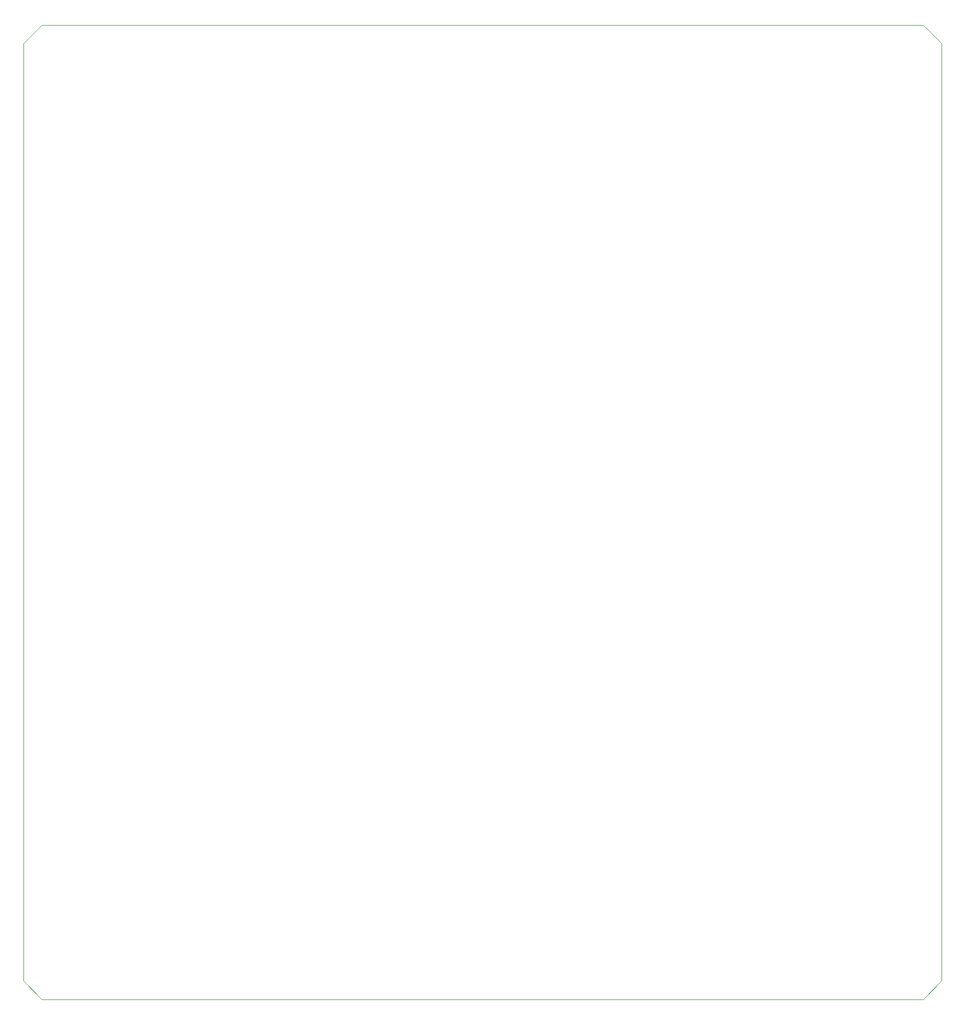
<source format=gko>
G75*
G70*
%OFA0B0*%
%FSLAX25Y25*%
%IPPOS*%
%LPD*%
%AMOC8*
5,1,8,0,0,1.08239X$1,22.5*
%
%ADD71C,0.00394*%
X0000000Y0000000D02*
%LPD*%
G01*
D71*
X0586614Y0610236D02*
X0586614Y0011811D01*
X0000000Y0011811D02*
X0011811Y0000000D01*
X0011811Y0622047D02*
X0574803Y0622047D01*
X0000000Y0610236D02*
X0000000Y0011811D01*
X0586614Y0610236D02*
X0574803Y0622047D01*
X0011811Y0622047D02*
X0000000Y0610236D01*
X0011811Y0000000D02*
X0574803Y0000000D01*
X0586614Y0011811D02*
X0574803Y0000000D01*
X0224213Y0072736D02*
G01*
G75*
X0182211Y0137648D02*
G01*
G75*
M02*

</source>
